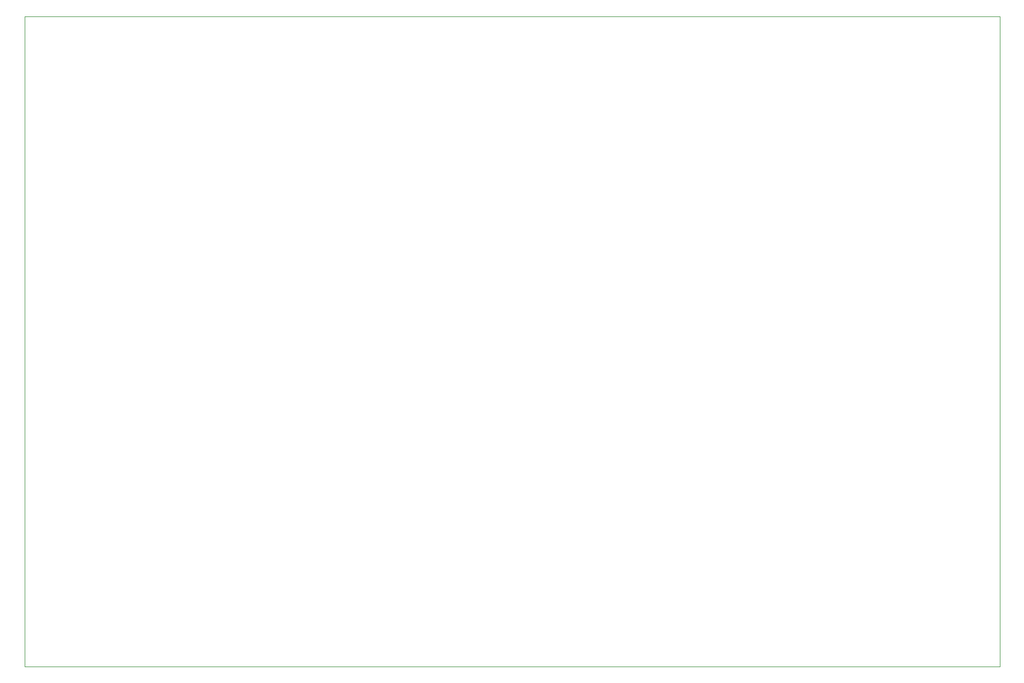
<source format=gbr>
%TF.GenerationSoftware,KiCad,Pcbnew,7.0.2*%
%TF.CreationDate,2023-05-13T22:40:36-03:00*%
%TF.ProjectId,op,6f702e6b-6963-4616-945f-706362585858,rev?*%
%TF.SameCoordinates,Original*%
%TF.FileFunction,Profile,NP*%
%FSLAX46Y46*%
G04 Gerber Fmt 4.6, Leading zero omitted, Abs format (unit mm)*
G04 Created by KiCad (PCBNEW 7.0.2) date 2023-05-13 22:40:36*
%MOMM*%
%LPD*%
G01*
G04 APERTURE LIST*
%TA.AperFunction,Profile*%
%ADD10C,0.100000*%
%TD*%
G04 APERTURE END LIST*
D10*
X14780000Y-19790000D02*
X165190000Y-19790000D01*
X165190000Y-120210000D01*
X14780000Y-120210000D01*
X14780000Y-19790000D01*
M02*

</source>
